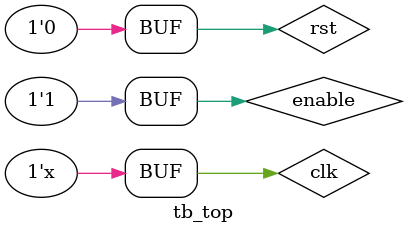
<source format=v>
`timescale 1ns / 1ps


module tb_top();

reg clk;
reg rst;
reg enable;

top mytest(
        .clk(clk),
        .rst(rst),
  
        .arm_write_feature_enable(),
        .arm_write_feature_addr(),
        .arm_write_feature_data(),
        .arm_write_feature_select(),
        
        .arm_read_feature_enable(),
        .arm_read_feature_addr(),
        .arm_read_feature_data(),
        .arm_read_feature_select(),
        
        .enable(enable),
        .CLP_state()      //0 CLP idle    1 CLP busy
        );


initial
    begin
        clk = 0;
        rst = 1;
        enable = 0;
        #50;
        rst = 0;
        enable = 1; 
         
    
    
    
    
    end

always #20 clk = ~clk;


endmodule

</source>
